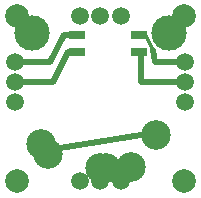
<source format=gbr>
%TF.GenerationSoftware,KiCad,Pcbnew,7.0.2*%
%TF.CreationDate,2023-05-08T22:42:50+02:00*%
%TF.ProjectId,verasity_PCB,76657261-7369-4747-995f-5043422e6b69,rev?*%
%TF.SameCoordinates,Original*%
%TF.FileFunction,Copper,L1,Top*%
%TF.FilePolarity,Positive*%
%FSLAX46Y46*%
G04 Gerber Fmt 4.6, Leading zero omitted, Abs format (unit mm)*
G04 Created by KiCad (PCBNEW 7.0.2) date 2023-05-08 22:42:50*
%MOMM*%
%LPD*%
G01*
G04 APERTURE LIST*
%TA.AperFunction,EtchedComponent*%
%ADD10C,0.500000*%
%TD*%
%TA.AperFunction,EtchedComponent*%
%ADD11C,0.300000*%
%TD*%
%TA.AperFunction,ComponentPad*%
%ADD12C,1.500000*%
%TD*%
%TA.AperFunction,ComponentPad*%
%ADD13C,2.000000*%
%TD*%
%TA.AperFunction,ComponentPad*%
%ADD14C,3.000000*%
%TD*%
%TA.AperFunction,ComponentPad*%
%ADD15C,2.500000*%
%TD*%
%TA.AperFunction,SMDPad,CuDef*%
%ADD16R,1.400000X0.800000*%
%TD*%
G04 APERTURE END LIST*
D10*
%TO.C,REF\u002A\u002A*%
X66870000Y-87020000D02*
X64345000Y-87020000D01*
X67095000Y-88770000D02*
X64220000Y-88770000D01*
X68020000Y-84770000D02*
X66870000Y-87020000D01*
X68395000Y-86220000D02*
X67095000Y-88770000D01*
X68695000Y-84770000D02*
X68045000Y-84770000D01*
X74570000Y-88720000D02*
X74570000Y-86270000D01*
X74570000Y-93270000D02*
X67720000Y-94370000D01*
D11*
X75570000Y-86070000D02*
X74870000Y-84720000D01*
D10*
X75720000Y-87020000D02*
X75570000Y-86070000D01*
X77845000Y-87020000D02*
X75720000Y-87020000D01*
X78320000Y-88720000D02*
X74570000Y-88720000D01*
%TD*%
D12*
%TO.P,REF\u002A\u002A,*%
%TO.N,*%
X63920000Y-90420000D03*
D13*
X64020000Y-97170000D03*
D14*
X65320000Y-84620000D03*
D15*
X66120000Y-93970000D03*
X66720000Y-94870000D03*
D16*
X69170000Y-84745000D03*
X69170000Y-86195000D03*
D12*
X69420000Y-83170000D03*
X69420000Y-97170000D03*
X71120000Y-83170000D03*
D15*
X71120000Y-96070000D03*
D12*
X71120000Y-97170000D03*
D15*
X71620000Y-96070000D03*
D12*
X72820000Y-83170000D03*
X72820000Y-97170000D03*
D15*
X73720000Y-95920000D03*
D16*
X74370000Y-84745000D03*
X74370000Y-86195000D03*
D15*
X75820000Y-93270000D03*
D14*
X76920000Y-84620000D03*
D13*
X78220000Y-97170000D03*
D12*
X78320000Y-90420000D03*
D13*
%TO.P,REF\u002A\u002A,1*%
%TO.N,N/C*%
X64020000Y-83170000D03*
%TO.P,REF\u002A\u002A,2*%
X78220000Y-83170000D03*
D12*
%TO.P,REF\u002A\u002A,3*%
X78320000Y-87020000D03*
%TO.P,REF\u002A\u002A,4*%
X63920000Y-87020000D03*
%TO.P,REF\u002A\u002A,5*%
X63920000Y-88720000D03*
%TO.P,REF\u002A\u002A,6*%
X78320000Y-88720000D03*
%TD*%
M02*

</source>
